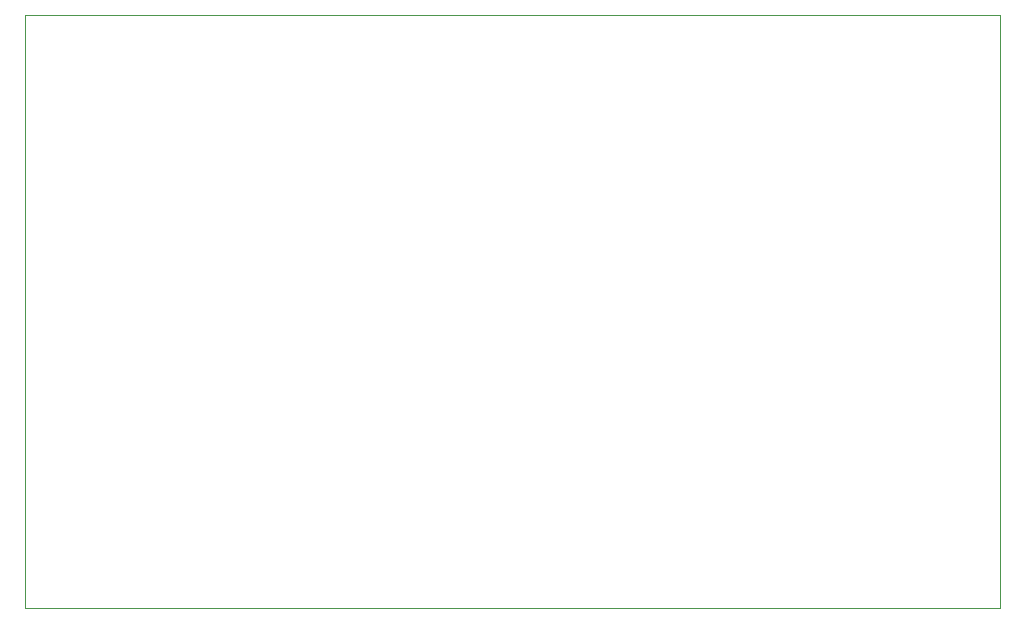
<source format=gbr>
G04 #@! TF.GenerationSoftware,KiCad,Pcbnew,5.1.4-3.fc30*
G04 #@! TF.CreationDate,2019-11-27T18:44:14-08:00*
G04 #@! TF.ProjectId,DASH,44415348-2e6b-4696-9361-645f70636258,rev?*
G04 #@! TF.SameCoordinates,Original*
G04 #@! TF.FileFunction,Profile,NP*
%FSLAX46Y46*%
G04 Gerber Fmt 4.6, Leading zero omitted, Abs format (unit mm)*
G04 Created by KiCad (PCBNEW 5.1.4-3.fc30) date 2019-11-27 18:44:14*
%MOMM*%
%LPD*%
G04 APERTURE LIST*
%ADD10C,0.050000*%
G04 APERTURE END LIST*
D10*
X165735000Y-61595000D02*
X165735000Y-65405000D01*
X83185000Y-61595000D02*
X165735000Y-61595000D01*
X83185000Y-65405000D02*
X83185000Y-61595000D01*
X83185000Y-111760000D02*
X83185000Y-106680000D01*
X165735000Y-111760000D02*
X83185000Y-111760000D01*
X165735000Y-106680000D02*
X165735000Y-111760000D01*
X83185000Y-106680000D02*
X83185000Y-65405000D01*
X165735000Y-65405000D02*
X165735000Y-106680000D01*
M02*

</source>
